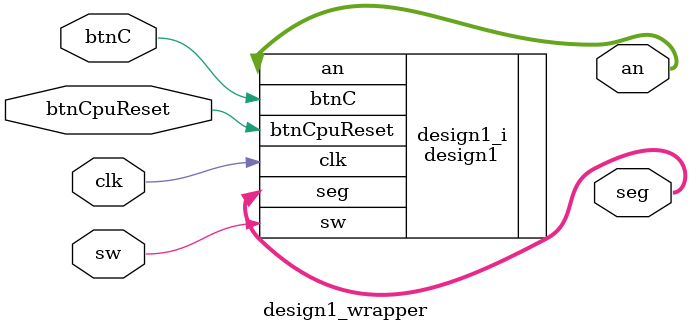
<source format=v>
`timescale 1 ps / 1 ps

module design1_wrapper
   (an,
    btnC,
    btnCpuReset,
    clk,
    seg,
    sw);
  output [7:0]an;
  input btnC;
  input btnCpuReset;
  input clk;
  output [6:0]seg;
  input [0:0]sw;

  wire [7:0]an;
  wire btnC;
  wire btnCpuReset;
  wire clk;
  wire [6:0]seg;
  wire [0:0]sw;

  design1 design1_i
       (.an(an),
        .btnC(btnC),
        .btnCpuReset(btnCpuReset),
        .clk(clk),
        .seg(seg),
        .sw(sw));
endmodule

</source>
